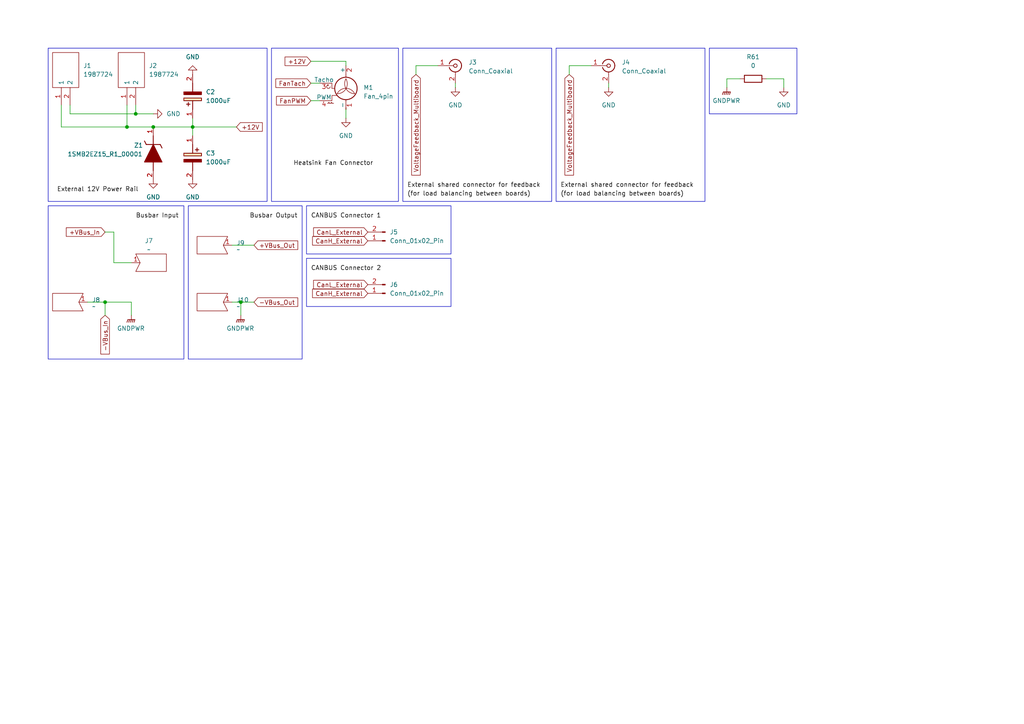
<source format=kicad_sch>
(kicad_sch (version 20250114) (generator "eeschema") (generator_version "9.0")
  (paper "A4")
  (title_block (title "5kw Modular Traction Inverter Boost Converter") (date "2025-02-02") (rev "1") (company "Rail Vehicle Traction Inverter") (comment 1 "UCSC") (comment 2 "Connectors"))
  (lib_symbols
    (symbol "Connector:Conn_01x02_Pin" (pin_names (offset 1.016) (hide yes))
      (property "Reference" "J" (at 0 2.54 0))
      (property "Value" "Conn_01x02_Pin" (at 0 -5.08 0))
      (symbol "Conn_01x02_Pin_1_1"
        (rectangle (start 0.8636 0.127) (end 0 -0.127) (stroke (width 0.1524)) (fill (type outline)))
        (rectangle (start 0.8636 -2.413) (end 0 -2.667) (stroke (width 0.1524)) (fill (type outline)))
        (polyline (pts (xy 1.27 0) (xy 0.8636 0)) (stroke (width 0.1524)))
        (polyline (pts (xy 1.27 -2.54) (xy 0.8636 -2.54)) (stroke (width 0.1524)))
        (pin passive line (at 5.08 0 180) (length 3.81) (name "Pin_1") (number "1"))
        (pin passive line (at 5.08 -2.54 180) (length 3.81) (name "Pin_2") (number "2"))
      )
    )
    (symbol "Connector:Conn_Coaxial" (pin_names (offset 1.016) (hide yes))
      (property "Reference" "J" (at 0.254 3.048 0))
      (property "Value" "Conn_Coaxial" (at 2.921 0 90))
      (symbol "Conn_Coaxial_0_1"
        (polyline (pts (xy -2.54 0) (xy -0.508 0)))
        (arc (start 1.778 0) (mid 0.222 -1.8079) (end -1.778 -0.508) (stroke (width 0.254)))
        (arc (start -1.778 0.508) (mid 0.2221 1.8084) (end 1.778 0) (stroke (width 0.254)))
        (circle (center 0 0) (radius 0.508) (stroke (width 0.2032)))
        (polyline (pts (xy 0 -2.54) (xy 0 -1.778)))
      )
      (symbol "Conn_Coaxial_1_1"
        (pin passive line (at -5.08 0 0) (length 2.54) (name "In") (number "1"))
        (pin passive line (at 0 -5.08 90) (length 2.54) (name "Ext") (number "2"))
      )
    )
    (symbol "Device:R" (pin_numbers (hide yes)) (pin_names (offset 0))
      (property "Reference" "R" (at 2.032 0 90))
      (property "Value" "R" (at 0 0 90))
      (symbol "R_0_1"
        (rectangle (start -1.016 -2.54) (end 1.016 2.54) (stroke (width 0.254)))
      )
      (symbol "R_1_1"
        (pin passive line (at 0 3.81 270) (length 1.27) (name "~") (number "1"))
        (pin passive line (at 0 -3.81 90) (length 1.27) (name "~") (number "2"))
      )
    )
    (symbol "InverterCom:1987724" (pin_names (offset 0.762))
      (property "Reference" "J" (at 16.51 7.62 0))
      (property "Value" "1987724" (at 16.51 5.08 0))
      (symbol "1987724_0_0"
        (pin passive line (at 0 0 0) (length 5.08) (name "1") (number "1"))
        (pin passive line (at 0 -2.54 0) (length 5.08) (name "2") (number "2"))
      )
      (symbol "1987724_0_1"
        (polyline (pts (xy 5.08 2.54) (xy 15.24 2.54) (xy 15.24 -5.08) (xy 5.08 -5.08) (xy 5.08 2.54)) (stroke (width 0.1524)))
      )
    )
    (symbol "InverterCom:1SMB2EZ15_R1_00001" (pin_names (hide yes))
      (property "Reference" "Z" (at 10.16 8.89 0))
      (property "Value" "1SMB2EZ15_R1_00001" (at 10.16 6.35 0))
      (symbol "1SMB2EZ15_R1_00001_1_1"
        (polyline (pts (xy 2.54 0) (xy 5.08 0)) (stroke (width 0.254)))
        (polyline (pts (xy 4.064 -2.54) (xy 5.08 -2.032)) (stroke (width 0.254)))
        (polyline (pts (xy 5.08 2.032) (xy 5.08 -2.032)) (stroke (width 0.254)))
        (polyline (pts (xy 5.08 2.032) (xy 6.096 2.54)) (stroke (width 0.254)))
        (polyline (pts (xy 5.08 0) (xy 10.16 2.54) (xy 10.16 -2.54) (xy 5.08 0)) (stroke (width 0.254)) (fill (type outline)))
        (polyline (pts (xy 12.7 0) (xy 10.16 0)) (stroke (width 0.254)))
        (pin passive line (at 0 0 0) (length 2.54) (name "K") (number "1"))
        (pin passive line (at 15.24 0 180) (length 2.54) (name "A") (number "2"))
      )
    )
    (symbol "InverterCom:UVY1E102MPD1TD" (pin_names (hide yes))
      (property "Reference" "C" (at 8.89 6.35 0))
      (property "Value" "UVY1E102MPD1TD" (at 8.89 3.81 0))
      (symbol "UVY1E102MPD1TD_1_1"
        (polyline (pts (xy 2.54 0) (xy 5.08 0)) (stroke (width 0.254)))
        (polyline (pts (xy 4.064 1.778) (xy 4.064 0.762)) (stroke (width 0.254)))
        (polyline (pts (xy 4.572 1.27) (xy 3.556 1.27)) (stroke (width 0.254)))
        (rectangle (start 5.08 2.54) (end 5.842 -2.54) (stroke (width 0.254)) (fill (type background)))
        (polyline (pts (xy 7.62 2.54) (xy 7.62 -2.54) (xy 6.858 -2.54) (xy 6.858 2.54) (xy 7.62 2.54)) (stroke (width 0.254)) (fill (type outline)))
        (polyline (pts (xy 7.62 0) (xy 10.16 0)) (stroke (width 0.254)))
        (pin passive line (at 0 0 0) (length 2.54) (name "+") (number "1"))
        (pin passive line (at 12.7 0 180) (length 2.54) (name "-") (number "2"))
      )
    )
    (symbol "InverterCom:WireSolderJoint"
      (property "Reference" "J" (at 0 4.064 0))
      (symbol "WireSolderJoint_0_1"
        (polyline (pts (xy 0 0) (xy -1.27 2.54) (xy 7.62 2.54) (xy 7.62 -2.54) (xy -1.27 -2.54) (xy 0 0)))
      )
      (symbol "WireSolderJoint_1_1"
        (pin passive line (at -2.54 0 0) (length 2.54) (name "") (number "1"))
      )
    )
    (symbol "Motor:Fan_4pin" (pin_names (offset 0))
      (property "Reference" "M" (at 2.54 5.08 0))
      (property "Value" "Fan_4pin" (at 2.54 -2.54 0))
      (symbol "Fan_4pin_0_0"
        (polyline (pts (xy -5.08 2.032) (xy -5.334 2.159)))
        (polyline (pts (xy -5.08 2.032) (xy -5.207 1.778)))
        (arc (start -4.572 1.524) (mid -5.08 1.0182) (end -5.588 1.524))
        (arc (start -5.588 1.524) (mid -5.4392 1.8832) (end -5.08 2.032))
        (polyline (pts (xy -4.064 2.54) (xy -4.064 1.016) (xy -3.302 1.016)))
      )
      (symbol "Fan_4pin_0_1"
        (polyline (pts (xy -5.334 -3.302) (xy -5.08 -3.302) (xy -5.08 -3.048) (xy -4.826 -3.048) (xy -4.826 -3.302) (xy -4.318 -3.302) (xy -4.318 -3.048) (xy -4.064 -3.048) (xy -4.064 -3.302) (xy -3.556 -3.302)))
        (polyline (pts (xy -4.064 2.54) (xy -5.08 2.54)))
        (polyline (pts (xy -2.54 -1.016) (xy -4.064 -1.016) (xy -4.064 -2.54) (xy -5.08 -2.54)))
        (arc (start 0 3.81) (mid -0.0015 0.9048) (end -2.54 -0.508))
        (polyline (pts (xy 0 4.572) (xy 0 5.08)))
        (polyline (pts (xy 0 4.2672) (xy 0 4.6228)))
        (circle (center 0 1.016) (radius 3.2512) (stroke (width 0.254)))
        (arc (start -2.54 -0.508) (mid 0 1.0618) (end 2.54 -0.508))
        (polyline (pts (xy 0 -2.2352) (xy 0 -2.6416)))
        (polyline (pts (xy 0 -5.08) (xy 0 -4.572)))
        (arc (start 2.54 -0.508) (mid 0.047 0.9315) (end 0 3.81))
      )
      (symbol "Fan_4pin_1_1"
        (pin passive line (at -7.62 2.54 0) (length 2.54) (name "Tacho") (number "3"))
        (pin input line (at -7.62 -2.54 0) (length 2.54) (name "PWM") (number "4"))
        (pin passive line (at 0 7.62 270) (length 2.54) (name "+") (number "2"))
        (pin passive line (at 0 -5.08 90) (length 2.54) (name "-") (number "1"))
      )
    )
    (symbol "power:GND" (power) (pin_numbers (hide yes)) (pin_names (offset 0) (hide yes))
      (property "Value" "GND" (at 0 -3.81 0))
      (symbol "GND_0_1"
        (polyline (pts (xy 0 0) (xy 0 -1.27) (xy 1.27 -1.27) (xy 0 -2.54) (xy -1.27 -1.27) (xy 0 -1.27)))
      )
      (symbol "GND_1_1"
        (pin power_in line (at 0 0 270) (length 0) (name "~") (number "1"))
      )
    )
    (symbol "power:GNDPWR" (power) (pin_numbers (hide yes)) (pin_names (offset 0) (hide yes))
      (property "Value" "GNDPWR" (at 0 -3.302 0))
      (symbol "GNDPWR_0_1"
        (polyline (pts (xy -1.016 -1.27) (xy -1.27 -2.032) (xy -1.27 -2.032)) (stroke (width 0.2032)))
        (polyline (pts (xy -0.508 -1.27) (xy -0.762 -2.032) (xy -0.762 -2.032)) (stroke (width 0.2032)))
        (polyline (pts (xy 0 -1.27) (xy 0 0)))
        (polyline (pts (xy 0 -1.27) (xy -0.254 -2.032) (xy -0.254 -2.032)) (stroke (width 0.2032)))
        (polyline (pts (xy 0.508 -1.27) (xy 0.254 -2.032) (xy 0.254 -2.032)) (stroke (width 0.2032)))
        (polyline (pts (xy 1.016 -1.27) (xy -1.016 -1.27) (xy -1.016 -1.27)) (stroke (width 0.2032)))
        (polyline (pts (xy 1.016 -1.27) (xy 0.762 -2.032) (xy 0.762 -2.032) (xy 0.762 -2.032)) (stroke (width 0.2032)))
      )
      (symbol "GNDPWR_1_1"
        (pin power_in line (at 0 0 270) (length 0) (name "~") (number "1"))
      )
    )
  )
  (rectangle (start 88.9 74.93) (end 130.81 88.9))
  (rectangle (start 205.74 13.97) (end 231.14 33.02))
  (rectangle (start 13.97 13.97) (end 77.47 58.42))
  (rectangle (start 161.29 13.97) (end 204.47 58.42))
  (rectangle (start 78.74 13.97) (end 115.57 58.42))
  (rectangle (start 54.61 59.69) (end 87.63 104.14))
  (rectangle (start 88.9 59.69) (end 130.81 73.66))
  (rectangle (start 116.84 13.97) (end 160.02 58.42))
  (rectangle (start 13.97 59.69) (end 53.34 104.14))
  (junction (at 39.37 33.02))
  (junction (at 36.83 36.83))
  (junction (at 55.88 36.83))
  (junction (at 44.45 36.83))
  (junction (at 69.85 87.63))
  (junction (at 30.48 87.63))
  (wire (pts (xy 36.83 36.83) (xy 17.78 36.83)))
  (wire (pts (xy 176.53 24.13) (xy 176.53 25.4)))
  (wire (pts (xy 36.83 36.83) (xy 44.45 36.83)))
  (wire (pts (xy 39.37 33.02) (xy 39.37 30.48)))
  (wire (pts (xy 25.4 87.63) (xy 30.48 87.63)))
  (wire (pts (xy 36.83 30.48) (xy 36.83 36.83)))
  (wire (pts (xy 39.37 33.02) (xy 44.45 33.02)))
  (wire (pts (xy 30.48 87.63) (xy 38.1 87.63)))
  (wire (pts (xy 90.17 24.13) (xy 92.71 24.13)))
  (wire (pts (xy 100.33 17.78) (xy 100.33 19.05)))
  (wire (pts (xy 132.08 24.13) (xy 132.08 25.4)))
  (wire (pts (xy 33.02 67.31) (xy 30.48 67.31)))
  (wire (pts (xy 44.45 36.83) (xy 55.88 36.83)))
  (wire (pts (xy 165.1 21.59) (xy 165.1 19.05)))
  (wire (pts (xy 222.25 22.86) (xy 227.33 22.86)))
  (wire (pts (xy 90.17 17.78) (xy 100.33 17.78)))
  (wire (pts (xy 100.33 31.75) (xy 100.33 34.29)))
  (wire (pts (xy 33.02 76.2) (xy 38.1 76.2)))
  (wire (pts (xy 210.82 22.86) (xy 210.82 25.4)))
  (wire (pts (xy 33.02 67.31) (xy 33.02 76.2)))
  (wire (pts (xy 120.65 21.59) (xy 120.65 19.05)))
  (wire (pts (xy 67.31 87.63) (xy 69.85 87.63)))
  (wire (pts (xy 20.32 33.02) (xy 39.37 33.02)))
  (wire (pts (xy 69.85 87.63) (xy 73.66 87.63)))
  (wire (pts (xy 20.32 30.48) (xy 20.32 33.02)))
  (wire (pts (xy 55.88 36.83) (xy 55.88 39.37)))
  (wire (pts (xy 38.1 87.63) (xy 38.1 91.44)))
  (wire (pts (xy 165.1 19.05) (xy 171.45 19.05)))
  (wire (pts (xy 17.78 36.83) (xy 17.78 30.48)))
  (wire (pts (xy 210.82 22.86) (xy 214.63 22.86)))
  (wire (pts (xy 30.48 87.63) (xy 30.48 91.44)))
  (wire (pts (xy 67.31 71.12) (xy 73.66 71.12)))
  (wire (pts (xy 69.85 87.63) (xy 69.85 91.44)))
  (wire (pts (xy 227.33 22.86) (xy 227.33 25.4)))
  (wire (pts (xy 120.65 19.05) (xy 127 19.05)))
  (wire (pts (xy 90.17 29.21) (xy 92.71 29.21)))
  (wire (pts (xy 55.88 34.29) (xy 55.88 36.83)))
  (wire (pts (xy 55.88 36.83) (xy 68.58 36.83)))
  (label "CANBUS Connector 2" (at 90.17 78.74 0))
  (label "External shared connector for feedback" (at 162.56 54.61 0))
  (label "External 12V Power Rail" (at 16.51 55.88 0))
  (label "External shared connector for feedback" (at 118.11 54.61 0))
  (label "CANBUS Connector 1" (at 90.17 63.5 0))
  (label "(for load balancing between boards)" (at 118.11 57.15 0))
  (label "(for load balancing between boards)" (at 162.56 57.15 0))
  (label "Busbar Input" (at 39.37 63.5 0))
  (label "Busbar Output" (at 72.39 63.5 0))
  (label "Heatsink Fan Connector" (at 85.09 48.26 0))
  (global_label "FanTach" (shape input) (at 90.17 24.13 180) (property "Intersheetrefs" "${INTERSHEET_REFS}" (effects (hide yes))))
  (global_label "-VBus_In" (shape input) (at 30.48 91.44 270) (property "Intersheetrefs" "${INTERSHEET_REFS}" (effects (hide yes))))
  (global_label "CanL_External" (shape input) (at 106.68 82.55 180) (property "Intersheetrefs" "${INTERSHEET_REFS}" (effects (hide yes))))
  (global_label "+VBus_Out" (shape input) (at 73.66 71.12 0) (property "Intersheetrefs" "${INTERSHEET_REFS}" (effects (hide yes))))
  (global_label "+12V" (shape input) (at 90.17 17.78 180) (property "Intersheetrefs" "${INTERSHEET_REFS}" (effects (hide yes))))
  (global_label "+12V" (shape input) (at 68.58 36.83 0) (property "Intersheetrefs" "${INTERSHEET_REFS}" (effects (hide yes))))
  (global_label "VoltageFeedback_Multiboard" (shape input) (at 165.1 21.59 270) (property "Intersheetrefs" "${INTERSHEET_REFS}" (effects (hide yes))))
  (global_label "CanH_External" (shape input) (at 106.68 69.85 180) (property "Intersheetrefs" "${INTERSHEET_REFS}" (effects (hide yes))))
  (global_label "FanPWM" (shape input) (at 90.17 29.21 180) (property "Intersheetrefs" "${INTERSHEET_REFS}" (effects (hide yes))))
  (global_label "-VBus_Out" (shape input) (at 73.66 87.63 0) (property "Intersheetrefs" "${INTERSHEET_REFS}" (effects (hide yes))))
  (global_label "CanL_External" (shape input) (at 106.68 67.31 180) (property "Intersheetrefs" "${INTERSHEET_REFS}" (effects (hide yes))))
  (global_label "VoltageFeedback_Multiboard" (shape input) (at 120.65 21.59 270) (property "Intersheetrefs" "${INTERSHEET_REFS}" (effects (hide yes))))
  (global_label "CanH_External" (shape input) (at 106.68 85.09 180) (property "Intersheetrefs" "${INTERSHEET_REFS}" (effects (hide yes))))
  (global_label "+VBus_In" (shape input) (at 30.48 67.31 180) (property "Intersheetrefs" "${INTERSHEET_REFS}" (effects (hide yes))))
  (symbol (lib_id "power:GND") (at 132.08 25.4 0) (unit 1)
    (property "Reference" "#PWR076" (effects (hide yes)))
    (property "Value" "GND" (at 132.08 30.48 0))
    (property "Description" "Power symbol creates a global label with name \"GND\" , ground" (effects (hide yes)))
  )
  (symbol (lib_id "power:GNDPWR") (at 38.1 91.44 0) (unit 1)
    (property "Reference" "#PWR09" (effects (hide yes)))
    (property "Value" "GNDPWR" (at 37.973 95.25 0))
    (property "Description" "Power symbol creates a global label with name \"GNDPWR\" , global ground" (effects (hide yes)))
  )
  (symbol (lib_id "power:GND") (at 44.45 52.07 0) (unit 1)
    (property "Reference" "#PWR02" (effects (hide yes)))
    (property "Value" "GND" (at 44.45 57.15 0))
    (property "Description" "Power symbol creates a global label with name \"GND\" , ground" (effects (hide yes)))
  )
  (symbol (lib_id "Motor:Fan_4pin") (at 100.33 26.67 0) (unit 1)
    (property "Reference" "M1" (at 105.41 25.3999 0) (effects (justify left)))
    (property "Value" "Fan_4pin" (at 105.41 27.9399 0) (effects (justify left)))
    (property "Footprint" "Connector:FanPinHeader_1x04_P2.54mm_Vertical" (effects (hide yes)))
    (property "Datasheet" "http://www.formfactors.org/developer%5Cspecs%5Crev1_2_public.pdf" (effects (hide yes)))
    (property "Description" "Fan, tacho output, PWM input, 4-pin connector" (effects (hide yes)))
  )
  (symbol (lib_id "power:GND") (at 55.88 52.07 0) (unit 1)
    (property "Reference" "#PWR05" (effects (hide yes)))
    (property "Value" "GND" (at 55.88 57.15 0))
    (property "Description" "Power symbol creates a global label with name \"GND\" , ground" (effects (hide yes)))
  )
  (symbol (lib_id "InverterCom:1987724") (at 17.78 30.48 90) (unit 1)
    (property "Reference" "J1" (at 24.13 19.0499 90) (effects (justify right)))
    (property "Value" "1987724" (at 24.13 21.5899 90) (effects (justify right)))
    (property "Footprint" "InverterCom:1987724" (effects (hide yes)))
    (property "Datasheet" "https://datasheet.datasheetarchive.com/originals/distributors/Datasheets-DGA18/1075322.pdf" (effects (hide yes)))
    (property "Description" "Phoenix Contact PT 2.5/ 2-5.0-V PCB Terminal Block, 2 Way/Pole, Screw Terminals, 20  10 AWG Through Hole," (effects (hide yes)))
    (property "Description_1" "Phoenix Contact PT 2.5/ 2-5.0-V PCB Terminal Block, 2 Way/Pole, Screw Terminals, 20  10 AWG Through Hole," (effects (hide yes)))
    (property "Height" "9.15" (effects (hide yes)))
    (property "Mouser Part Number" "651-1987724" (effects (hide yes)))
    (property "Mouser Price/Stock" "https://www.mouser.co.uk/ProductDetail/Phoenix-Contact/1987724?qs=gjk32EaArKIePzXcIKo3jg%3D%3D" (effects (hide yes)))
    (property "Manufacturer_Name" "Phoenix Contact" (effects (hide yes)))
    (property "Manufacturer_Part_Number" "1987724" (effects (hide yes)))
  )
  (symbol (lib_id "InverterCom:1987724") (at 36.83 30.48 90) (unit 1)
    (property "Reference" "J2" (at 43.18 19.0499 90) (effects (justify right)))
    (property "Value" "1987724" (at 43.18 21.5899 90) (effects (justify right)))
    (property "Footprint" "InverterCom:1987724" (effects (hide yes)))
    (property "Datasheet" "https://datasheet.datasheetarchive.com/originals/distributors/Datasheets-DGA18/1075322.pdf" (effects (hide yes)))
    (property "Description" "Phoenix Contact PT 2.5/ 2-5.0-V PCB Terminal Block, 2 Way/Pole, Screw Terminals, 20  10 AWG Through Hole," (effects (hide yes)))
    (property "Description_1" "Phoenix Contact PT 2.5/ 2-5.0-V PCB Terminal Block, 2 Way/Pole, Screw Terminals, 20  10 AWG Through Hole," (effects (hide yes)))
    (property "Height" "9.15" (effects (hide yes)))
    (property "Mouser Part Number" "651-1987724" (effects (hide yes)))
    (property "Mouser Price/Stock" "https://www.mouser.co.uk/ProductDetail/Phoenix-Contact/1987724?qs=gjk32EaArKIePzXcIKo3jg%3D%3D" (effects (hide yes)))
    (property "Manufacturer_Name" "Phoenix Contact" (effects (hide yes)))
    (property "Manufacturer_Part_Number" "1987724" (effects (hide yes)))
  )
  (symbol (lib_id "power:GND") (at 100.33 34.29 0) (unit 1)
    (property "Reference" "#PWR08" (effects (hide yes)))
    (property "Value" "GND" (at 100.33 39.37 0))
    (property "Description" "Power symbol creates a global label with name \"GND\" , ground" (effects (hide yes)))
  )
  (symbol (lib_id "power:GNDPWR") (at 69.85 91.44 0) (unit 1)
    (property "Reference" "#PWR010" (effects (hide yes)))
    (property "Value" "GNDPWR" (at 69.723 95.25 0))
    (property "Description" "Power symbol creates a global label with name \"GNDPWR\" , global ground" (effects (hide yes)))
  )
  (symbol (lib_id "power:GND") (at 55.88 21.59 180) (unit 1)
    (property "Reference" "#PWR04" (effects (hide yes)))
    (property "Value" "GND" (at 55.88 16.51 0))
    (property "Description" "Power symbol creates a global label with name \"GND\" , ground" (effects (hide yes)))
  )
  (symbol (lib_id "power:GND") (at 227.33 25.4 0) (unit 1)
    (property "Reference" "#PWR078" (effects (hide yes)))
    (property "Value" "GND" (at 227.33 30.48 0))
    (property "Description" "Power symbol creates a global label with name \"GND\" , ground" (effects (hide yes)))
  )
  (symbol (lib_id "Connector:Conn_01x02_Pin") (at 111.76 69.85 180) (unit 1)
    (property "Reference" "J5" (at 113.03 67.3099 0) (effects (justify right)))
    (property "Value" "Conn_01x02_Pin" (at 113.03 69.8499 0) (effects (justify right)))
    (property "Footprint" "Connector_PinSocket_2.54mm:PinSocket_1x02_P2.54mm_Vertical" (effects (hide yes)))
    (property "Description" "Generic connector, single row, 01x02, script generated" (effects (hide yes)))
  )
  (symbol (lib_id "power:GND") (at 176.53 25.4 0) (unit 1)
    (property "Reference" "#PWR079" (effects (hide yes)))
    (property "Value" "GND" (at 176.53 30.48 0))
    (property "Description" "Power symbol creates a global label with name \"GND\" , ground" (effects (hide yes)))
  )
  (symbol (lib_id "Device:R") (at 218.44 22.86 90) (unit 1)
    (property "Reference" "R61" (at 218.44 16.51 90))
    (property "Value" "0" (at 218.44 19.05 90))
    (property "Footprint" "Resistor_SMD:R_1210_3225Metric_Pad1.30x2.65mm_HandSolder" (effects (hide yes)))
    (property "Description" "Resistor" (effects (hide yes)))
  )
  (symbol (lib_id "InverterCom:WireSolderJoint") (at 64.77 87.63 180) (unit 1)
    (property "Reference" "J10" (at 68.58 86.9949 0) (effects (justify right)))
    (property "Value" "~" (at 68.58 88.9 0) (effects (justify right)))
    (property "Footprint" "InverterCom:WireSolderJoint" (effects (hide yes)))
  )
  (symbol (lib_id "InverterCom:WireSolderJoint") (at 64.77 71.12 180) (unit 1)
    (property "Reference" "J9" (at 68.58 70.4849 0) (effects (justify right)))
    (property "Value" "~" (at 68.58 72.39 0) (effects (justify right)))
    (property "Footprint" "InverterCom:WireSolderJoint" (effects (hide yes)))
  )
  (symbol (lib_id "InverterCom:UVY1E102MPD1TD") (at 55.88 39.37 270) (unit 1)
    (property "Reference" "C3" (at 59.69 44.4499 90) (effects (justify left)))
    (property "Value" "1000uF" (at 59.69 46.9899 90) (effects (justify left)))
    (property "Footprint" "InverterCom:CAPPRD500W60D1025H1750" (effects (hide yes)))
    (property "Datasheet" "https://componentsearchengine.com/Datasheets/5/UVY1E102MPD1TD.pdf" (effects (hide yes)))
    (property "Description" "Cap Aluminum Lytic 1000uF 25V 20% (10 X 16mm) Radial 5mm 610mA 1000h 105C Ammo" (effects (hide yes)))
    (property "Height" "17.5" (effects (hide yes)))
    (property "Mouser Part Number" "647-UVY1E102MPD1TD" (effects (hide yes)))
    (property "Mouser Price/Stock" "https://www.mouser.co.uk/ProductDetail/Nichicon/UVY1E102MPD1TD?qs=gtReTMvImqniEnVqgrfK9Q%3D%3D" (effects (hide yes)))
    (property "Manufacturer_Name" "Nichicon" (effects (hide yes)))
    (property "Manufacturer_Part_Number" "UVY1E102MPD1TD" (effects (hide yes)))
  )
  (symbol (lib_id "InverterCom:WireSolderJoint") (at 40.64 76.2 0) (unit 1)
    (property "Reference" "J7" (at 43.18 69.85 0))
    (property "Value" "~" (at 43.18 72.39 0))
    (property "Footprint" "InverterCom:WireSolderJoint" (effects (hide yes)))
  )
  (symbol (lib_id "power:GNDPWR") (at 210.82 25.4 0) (unit 1)
    (property "Reference" "#PWR077" (effects (hide yes)))
    (property "Value" "GNDPWR" (at 210.693 29.21 0))
    (property "Description" "Power symbol creates a global label with name \"GNDPWR\" , global ground" (effects (hide yes)))
  )
  (symbol (lib_id "InverterCom:UVY1E102MPD1TD") (at 55.88 34.29 90) (unit 1)
    (property "Reference" "C2" (at 59.69 26.6699 90) (effects (justify right)))
    (property "Value" "1000uF" (at 59.69 29.2099 90) (effects (justify right)))
    (property "Footprint" "InverterCom:CAPPRD500W60D1025H1750" (effects (hide yes)))
    (property "Datasheet" "https://componentsearchengine.com/Datasheets/5/UVY1E102MPD1TD.pdf" (effects (hide yes)))
    (property "Description" "Cap Aluminum Lytic 1000uF 25V 20% (10 X 16mm) Radial 5mm 610mA 1000h 105C Ammo" (effects (hide yes)))
    (property "Height" "17.5" (effects (hide yes)))
    (property "Mouser Part Number" "647-UVY1E102MPD1TD" (effects (hide yes)))
    (property "Mouser Price/Stock" "https://www.mouser.co.uk/ProductDetail/Nichicon/UVY1E102MPD1TD?qs=gtReTMvImqniEnVqgrfK9Q%3D%3D" (effects (hide yes)))
    (property "Manufacturer_Name" "Nichicon" (effects (hide yes)))
    (property "Manufacturer_Part_Number" "UVY1E102MPD1TD" (effects (hide yes)))
  )
  (symbol (lib_id "Connector:Conn_Coaxial") (at 132.08 19.05 0) (unit 1)
    (property "Reference" "J3" (at 135.89 18.0731 0) (effects (justify left)))
    (property "Value" "Conn_Coaxial" (at 135.89 20.6131 0) (effects (justify left)))
    (property "Footprint" "Connector_Coaxial:SMA_Wurth_60312002114503_Vertical" (effects (hide yes)))
    (property "Description" "coaxial connector (BNC, SMA, SMB, SMC, Cinch/RCA, LEMO, ...)" (effects (hide yes)))
  )
  (symbol (lib_id "power:GND") (at 44.45 33.02 90) (unit 1)
    (property "Reference" "#PWR01" (effects (hide yes)))
    (property "Value" "GND" (at 48.26 33.0199 90) (effects (justify right)))
    (property "Description" "Power symbol creates a global label with name \"GND\" , ground" (effects (hide yes)))
  )
  (symbol (lib_id "InverterCom:1SMB2EZ15_R1_00001") (at 44.45 36.83 270) (unit 1)
    (property "Reference" "Z1" (at 38.862 42.164 90) (effects (justify left)))
    (property "Value" "1SMB2EZ15_R1_00001" (at 19.558 44.704 90) (effects (justify left)))
    (property "Footprint" "InverterCom:1SMB2EZ15_R1_00001" (effects (hide yes)))
    (property "Datasheet" "https://www.panjit.com.tw/upload/datasheet/1SMB2EZ6.8_SERIES.pdf" (effects (hide yes)))
    (property "Description" "Zener Diode 15 V 2 W +/-5% Surface Mount SMB (DO-214AA)" (effects (hide yes)))
    (property "Height" "2.44" (effects (hide yes)))
    (property "Mouser Part Number" "241-1SMB2EZ15R100001" (effects (hide yes)))
    (property "Mouser Price/Stock" "https://www.mouser.co.uk/ProductDetail/Panjit/1SMB2EZ15_R1_00001?qs=sPbYRqrBIVlScXzJBeNObw%3D%3D" (effects (hide yes)))
    (property "Manufacturer_Name" "PANJIT" (effects (hide yes)))
    (property "Manufacturer_Part_Number" "1SMB2EZ15_R1_00001" (effects (hide yes)))
  )
  (symbol (lib_id "Connector:Conn_01x02_Pin") (at 111.76 85.09 180) (unit 1)
    (property "Reference" "J6" (at 113.03 82.5499 0) (effects (justify right)))
    (property "Value" "Conn_01x02_Pin" (at 113.03 85.0899 0) (effects (justify right)))
    (property "Footprint" "Connector_PinSocket_2.54mm:PinSocket_1x02_P2.54mm_Vertical" (effects (hide yes)))
    (property "Description" "Generic connector, single row, 01x02, script generated" (effects (hide yes)))
  )
  (symbol (lib_id "Connector:Conn_Coaxial") (at 176.53 19.05 0) (unit 1)
    (property "Reference" "J4" (at 180.34 18.0731 0) (effects (justify left)))
    (property "Value" "Conn_Coaxial" (at 180.34 20.6131 0) (effects (justify left)))
    (property "Footprint" "Connector_Coaxial:SMA_Wurth_60312002114503_Vertical" (effects (hide yes)))
    (property "Description" "coaxial connector (BNC, SMA, SMB, SMC, Cinch/RCA, LEMO, ...)" (effects (hide yes)))
  )
  (symbol (lib_id "InverterCom:WireSolderJoint") (at 22.86 87.63 180) (unit 1)
    (property "Reference" "J8" (at 26.67 86.9949 0) (effects (justify right)))
    (property "Value" "~" (at 26.67 88.9 0) (effects (justify right)))
    (property "Footprint" "InverterCom:WireSolderJoint" (effects (hide yes)))
  )
)
</source>
